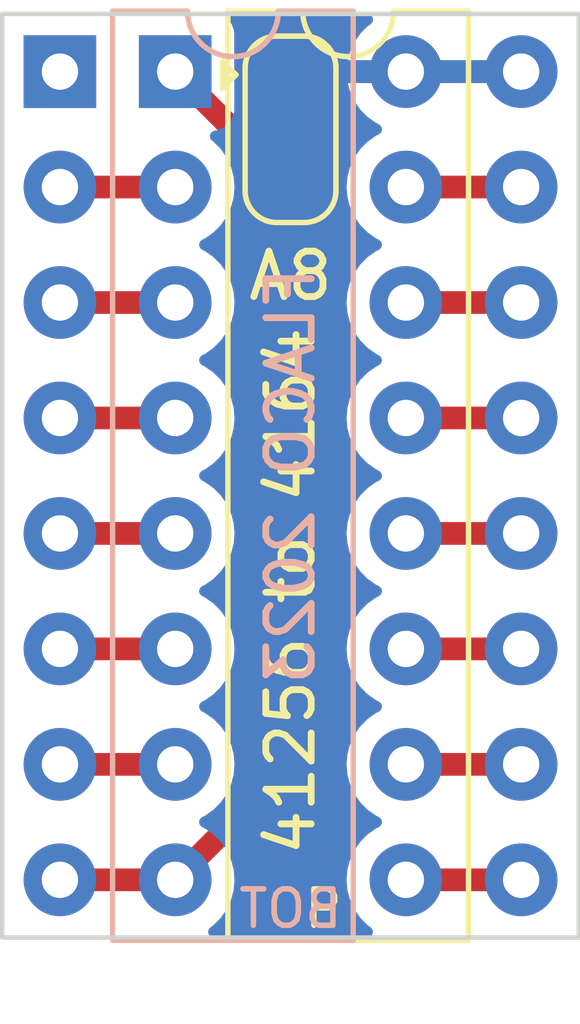
<source format=kicad_pcb>
(kicad_pcb (version 20221018) (generator pcbnew)
  (title_block (title "C64 RAM 41256 to 4164") (date "2023-02-19") (rev "0.1") (company "FLACO 2023") (comment 1 "CC-BY-NC-SA 4.0"))
  (layers (0 "F.Cu" signal) (31 "B.Cu" signal) (34 "B.Paste" user) (35 "F.Paste" user) (36 "B.SilkS" user "B.Silkscreen") (37 "F.SilkS" user "F.Silkscreen") (38 "B.Mask" user) (39 "F.Mask" user) (44 "Edge.Cuts" user))
  (net 0 "")
  (net 1 "GND")
  (net 2 "Net-(JP1-C)")
  (net 3 "+5V")
  (net 4 "/DIN")
  (net 5 "/WE")
  (net 6 "/RAS")
  (net 7 "/A0")
  (net 8 "/A2")
  (net 9 "/A1")
  (net 10 "/A7")
  (net 11 "/A5")
  (net 12 "/A4")
  (net 13 "/A3")
  (net 14 "/A6")
  (net 15 "/DOUT")
  (net 16 "/CAS")
  (footprint "Package_DIP:DIP-16_W7.62mm" (layer "F.Cu") (at 160.02 96.52)
    (fp_text reference "U1" hide)
    (fp_text value "D41256")
    (fp_line (start 1.16 -1.33) (end 1.16 19.11) (stroke (width 0.12)) (layer "F.SilkS"))
    (fp_line (start 1.16 19.11) (end 6.46 19.11) (stroke (width 0.12)) (layer "F.SilkS"))
    (fp_line (start 2.81 -1.33) (end 1.16 -1.33) (stroke (width 0.12)) (layer "F.SilkS"))
    (fp_line (start 6.46 -1.33) (end 4.81 -1.33) (stroke (width 0.12)) (layer "F.SilkS"))
    (fp_line (start 6.46 19.11) (end 6.46 -1.33) (stroke (width 0.12)) (layer "F.SilkS"))
    (fp_arc (start 4.81 -1.33) (mid 3.81 -0.33) (end 2.81 -1.33) (stroke (width 0.12)) (layer "F.SilkS"))
    (pad "1" thru_hole rect (at 0 0) (size 1.6 1.6) (drill 0.8) (layers "*.Cu" "*.Mask") (net 2 "Net-(JP1-C)"))
    (pad "2" thru_hole oval (at 0 2.54) (size 1.6 1.6) (drill 0.8) (layers "*.Cu" "*.Mask") (net 4 "/DIN"))
    (pad "3" thru_hole oval (at 0 5.08) (size 1.6 1.6) (drill 0.8) (layers "*.Cu" "*.Mask") (net 5 "/WE"))
    (pad "4" thru_hole oval (at 0 7.62) (size 1.6 1.6) (drill 0.8) (layers "*.Cu" "*.Mask") (net 6 "/RAS"))
    (pad "5" thru_hole oval (at 0 10.16) (size 1.6 1.6) (drill 0.8) (layers "*.Cu" "*.Mask") (net 7 "/A0"))
    (pad "6" thru_hole oval (at 0 12.7) (size 1.6 1.6) (drill 0.8) (layers "*.Cu" "*.Mask") (net 8 "/A2"))
    (pad "7" thru_hole oval (at 0 15.24) (size 1.6 1.6) (drill 0.8) (layers "*.Cu" "*.Mask") (net 9 "/A1"))
    (pad "8" thru_hole oval (at 0 17.78) (size 1.6 1.6) (drill 0.8) (layers "*.Cu" "*.Mask") (net 3 "+5V"))
    (pad "9" thru_hole oval (at 7.62 17.78) (size 1.6 1.6) (drill 0.8) (layers "*.Cu" "*.Mask") (net 10 "/A7"))
    (pad "10" thru_hole oval (at 7.62 15.24) (size 1.6 1.6) (drill 0.8) (layers "*.Cu" "*.Mask") (net 11 "/A5"))
    (pad "11" thru_hole oval (at 7.62 12.7) (size 1.6 1.6) (drill 0.8) (layers "*.Cu" "*.Mask") (net 12 "/A4"))
    (pad "12" thru_hole oval (at 7.62 10.16) (size 1.6 1.6) (drill 0.8) (layers "*.Cu" "*.Mask") (net 13 "/A3"))
    (pad "13" thru_hole oval (at 7.62 7.62) (size 1.6 1.6) (drill 0.8) (layers "*.Cu" "*.Mask") (net 14 "/A6"))
    (pad "14" thru_hole oval (at 7.62 5.08) (size 1.6 1.6) (drill 0.8) (layers "*.Cu" "*.Mask") (net 15 "/DOUT"))
    (pad "15" thru_hole oval (at 7.62 2.54) (size 1.6 1.6) (drill 0.8) (layers "*.Cu" "*.Mask") (net 16 "/CAS"))
    (pad "16" thru_hole oval (at 7.62 0) (size 1.6 1.6) (drill 0.8) (layers "*.Cu" "*.Mask") (net 1 "GND"))
  )
  (footprint "Package_DIP:DIP-16_W7.62mm" (layer "F.Cu") (at 157.48 96.52)
    (fp_text reference "U2" hide)
    (fp_text value "D4164")
    (fp_line (start 1.16 -1.33) (end 1.16 19.11) (stroke (width 0.12)) (layer "B.SilkS"))
    (fp_line (start 1.16 19.11) (end 6.46 19.11) (stroke (width 0.12)) (layer "B.SilkS"))
    (fp_line (start 2.81 -1.33) (end 1.16 -1.33) (stroke (width 0.12)) (layer "B.SilkS"))
    (fp_line (start 6.46 -1.33) (end 4.81 -1.33) (stroke (width 0.12)) (layer "B.SilkS"))
    (fp_line (start 6.46 19.11) (end 6.46 -1.33) (stroke (width 0.12)) (layer "B.SilkS"))
    (fp_arc (start 4.81 -1.33) (mid 3.81 -0.33) (end 2.81 -1.33) (stroke (width 0.12)) (layer "B.SilkS"))
    (pad "1" thru_hole rect (at 0 0) (size 1.6 1.6) (drill 0.8) (layers "*.Cu" "*.Mask"))
    (pad "2" thru_hole oval (at 0 2.54) (size 1.6 1.6) (drill 0.8) (layers "*.Cu" "*.Mask") (net 4 "/DIN"))
    (pad "3" thru_hole oval (at 0 5.08) (size 1.6 1.6) (drill 0.8) (layers "*.Cu" "*.Mask") (net 5 "/WE"))
    (pad "4" thru_hole oval (at 0 7.62) (size 1.6 1.6) (drill 0.8) (layers "*.Cu" "*.Mask") (net 6 "/RAS"))
    (pad "5" thru_hole oval (at 0 10.16) (size 1.6 1.6) (drill 0.8) (layers "*.Cu" "*.Mask") (net 7 "/A0"))
    (pad "6" thru_hole oval (at 0 12.7) (size 1.6 1.6) (drill 0.8) (layers "*.Cu" "*.Mask") (net 8 "/A2"))
    (pad "7" thru_hole oval (at 0 15.24) (size 1.6 1.6) (drill 0.8) (layers "*.Cu" "*.Mask") (net 9 "/A1"))
    (pad "8" thru_hole oval (at 0 17.78) (size 1.6 1.6) (drill 0.8) (layers "*.Cu" "*.Mask") (net 3 "+5V"))
    (pad "9" thru_hole oval (at 7.62 17.78) (size 1.6 1.6) (drill 0.8) (layers "*.Cu" "*.Mask") (net 10 "/A7"))
    (pad "10" thru_hole oval (at 7.62 15.24) (size 1.6 1.6) (drill 0.8) (layers "*.Cu" "*.Mask") (net 11 "/A5"))
    (pad "11" thru_hole oval (at 7.62 12.7) (size 1.6 1.6) (drill 0.8) (layers "*.Cu" "*.Mask") (net 12 "/A4"))
    (pad "12" thru_hole oval (at 7.62 10.16) (size 1.6 1.6) (drill 0.8) (layers "*.Cu" "*.Mask") (net 13 "/A3"))
    (pad "13" thru_hole oval (at 7.62 7.62) (size 1.6 1.6) (drill 0.8) (layers "*.Cu" "*.Mask") (net 14 "/A6"))
    (pad "14" thru_hole oval (at 7.62 5.08) (size 1.6 1.6) (drill 0.8) (layers "*.Cu" "*.Mask") (net 15 "/DOUT"))
    (pad "15" thru_hole oval (at 7.62 2.54) (size 1.6 1.6) (drill 0.8) (layers "*.Cu" "*.Mask") (net 16 "/CAS"))
    (pad "16" thru_hole oval (at 7.62 0) (size 1.6 1.6) (drill 0.8) (layers "*.Cu" "*.Mask") (net 1 "GND"))
  )
  (footprint "Jumper:SolderJumper-3_P1.3mm_Bridged12_RoundedPad1.0x1.5mm" (layer "F.Cu") (at 162.56 97.79 -90)
    (fp_text reference "JP1" hide)
    (fp_text value "A8")
    (fp_poly (pts (xy -0.9 -0.3) (xy -0.4 -0.3) (xy -0.4 0.3) (xy -0.9 0.3)) (fill solid) (layer "F.Cu"))
    (fp_line (start -2.05 0.3) (end -2.05 -0.3) (stroke (width 0.12)) (layer "F.SilkS"))
    (fp_line (start -1.5 1.5) (end -0.9 1.5) (stroke (width 0.12)) (layer "F.SilkS"))
    (fp_line (start -1.4 -1) (end 1.4 -1) (stroke (width 0.12)) (layer "F.SilkS"))
    (fp_line (start -1.2 1.2) (end -1.5 1.5) (stroke (width 0.12)) (layer "F.SilkS"))
    (fp_line (start -1.2 1.2) (end -0.9 1.5) (stroke (width 0.12)) (layer "F.SilkS"))
    (fp_line (start 1.4 1) (end -1.4 1) (stroke (width 0.12)) (layer "F.SilkS"))
    (fp_line (start 2.05 -0.3) (end 2.05 0.3) (stroke (width 0.12)) (layer "F.SilkS"))
    (fp_arc (start -2.05 -0.3) (mid -1.844975 -0.794975) (end -1.35 -1) (stroke (width 0.12)) (layer "F.SilkS"))
    (fp_arc (start -1.35 1) (mid -1.844975 0.794975) (end -2.05 0.3) (stroke (width 0.12)) (layer "F.SilkS"))
    (fp_arc (start 1.35 -1) (mid 1.844975 -0.794975) (end 2.05 -0.3) (stroke (width 0.12)) (layer "F.SilkS"))
    (fp_arc (start 2.05 0.3) (mid 1.844975 0.794975) (end 1.35 1) (stroke (width 0.12)) (layer "F.SilkS"))
    (pad "1" smd custom (at -1.3 0 270) (size 1 0.5) (layers "F.Cu" "F.Mask") (net 1 "GND") (options (clearance outline) (anchor rect)) (primitives (gr_circle (center 0 0.25) (end 0.5 0.25) (width 0) (fill yes)) (gr_circle (center 0 -0.25) (end 0.5 -0.25) (width 0) (fill yes)) (gr_poly (pts (xy 0.55 0.75) (xy 0 0.75) (xy 0 -0.75) (xy 0.55 -0.75)) (width 0) (fill yes))))
    (pad "2" smd rect (at 0 0 270) (size 1 1.5) (layers "F.Cu" "F.Mask") (net 2 "Net-(JP1-C)"))
    (pad "3" smd custom (at 1.3 0 270) (size 1 0.5) (layers "F.Cu" "F.Mask") (net 3 "+5V") (options (clearance outline) (anchor rect)) (primitives (gr_circle (center 0 0.25) (end 0.5 0.25) (width 0) (fill yes)) (gr_circle (center 0 -0.25) (end 0.5 -0.25) (width 0) (fill yes)) (gr_poly (pts (xy 0 0.75) (xy -0.55 0.75) (xy -0.55 -0.75) (xy 0 -0.75)) (width 0) (fill yes))))
  )
  (gr_line (start 168.91 115.57) (end 156.21 115.57) (stroke (width 0.1)) (layer "Edge.Cuts"))
  (gr_line (start 156.21 95.25) (end 168.91 95.25) (stroke (width 0.1)) (layer "Edge.Cuts"))
  (gr_line (start 168.91 95.25) (end 168.91 115.57) (stroke (width 0.1)) (layer "Edge.Cuts"))
  (gr_line (start 156.21 115.57) (end 156.21 95.25) (stroke (width 0.1)) (layer "Edge.Cuts"))
  (gr_text "FLACO 2023" (at 162.56 105.41 90) (layer "B.SilkS") (effects (font (size 1 1)) (justify mirror)))
  (gr_text "BOT" (at 162.56 114.935) (layer "B.SilkS") (effects (font (size 0.8 0.8) (thickness 0.12)) (justify mirror)))
  (gr_text "41256 to 4164" (at 162.56 107.95 90) (layer "F.SilkS") (effects (font (size 1 1))))
  (gr_text "TOP" (at 162.56 114.935) (layer "F.SilkS") (effects (font (size 0.8 0.8) (thickness 0.12))))
  (gr_text "A8" (at 162.56 101.6) (layer "F.SilkS") (effects (font (size 1 1)) (justify bottom)))
  (segment (start 165.1 96.52) (end 167.64 96.52) (width 0.5) (layer "F.Cu") (net 1))
  (segment (start 165.1 96.52) (end 162.59 96.52) (width 0.5) (layer "F.Cu") (net 1))
  (segment (start 162.59 96.52) (end 162.56 96.49) (width 0.5) (layer "F.Cu") (net 1))
  (segment (start 162.56 97.79) (end 161.29 97.79) (width 0.5) (layer "F.Cu") (net 2))
  (segment (start 161.29 97.79) (end 160.02 96.52) (width 0.5) (layer "F.Cu") (net 2))
  (segment (start 162.56 99.09) (end 162.56 111.76) (width 0.5) (layer "F.Cu") (net 3))
  (segment (start 162.56 111.76) (end 160.02 114.3) (width 0.5) (layer "F.Cu") (net 3))
  (segment (start 157.48 114.3) (end 160.02 114.3) (width 0.5) (layer "F.Cu") (net 3))
  (segment (start 157.48 99.06) (end 160.02 99.06) (width 0.5) (layer "F.Cu") (net 4))
  (segment (start 157.48 101.6) (end 160.02 101.6) (width 0.5) (layer "F.Cu") (net 5))
  (segment (start 157.48 104.14) (end 160.02 104.14) (width 0.5) (layer "F.Cu") (net 6))
  (segment (start 157.48 106.68) (end 160.02 106.68) (width 0.5) (layer "F.Cu") (net 7))
  (segment (start 157.48 109.22) (end 160.02 109.22) (width 0.5) (layer "F.Cu") (net 8))
  (segment (start 157.48 111.76) (end 160.02 111.76) (width 0.5) (layer "F.Cu") (net 9))
  (segment (start 165.1 114.3) (end 167.64 114.3) (width 0.5) (layer "F.Cu") (net 10))
  (segment (start 165.1 111.76) (end 167.64 111.76) (width 0.5) (layer "F.Cu") (net 11))
  (segment (start 165.1 109.22) (end 167.64 109.22) (width 0.5) (layer "F.Cu") (net 12))
  (segment (start 165.1 106.68) (end 167.64 106.68) (width 0.5) (layer "F.Cu") (net 13))
  (segment (start 165.1 104.14) (end 167.64 104.14) (width 0.5) (layer "F.Cu") (net 14))
  (segment (start 165.1 101.6) (end 167.64 101.6) (width 0.5) (layer "F.Cu") (net 15))
  (segment (start 165.1 99.06) (end 167.64 99.06) (width 0.5) (layer "F.Cu") (net 16))
  (zone (net 1) (net_name "GND") (layers "F&B.Cu") (connect_pads (clearance 0.5)) (min_thickness 0.25) (fill yes (thermal_gap 0.5) (thermal_bridge_width 0.5))
    (polygon (pts (xy 156.845 95.25) (xy 168.275 95.25) (xy 168.275 115.57) (xy 156.845 115.57)))
  )
)
</source>
